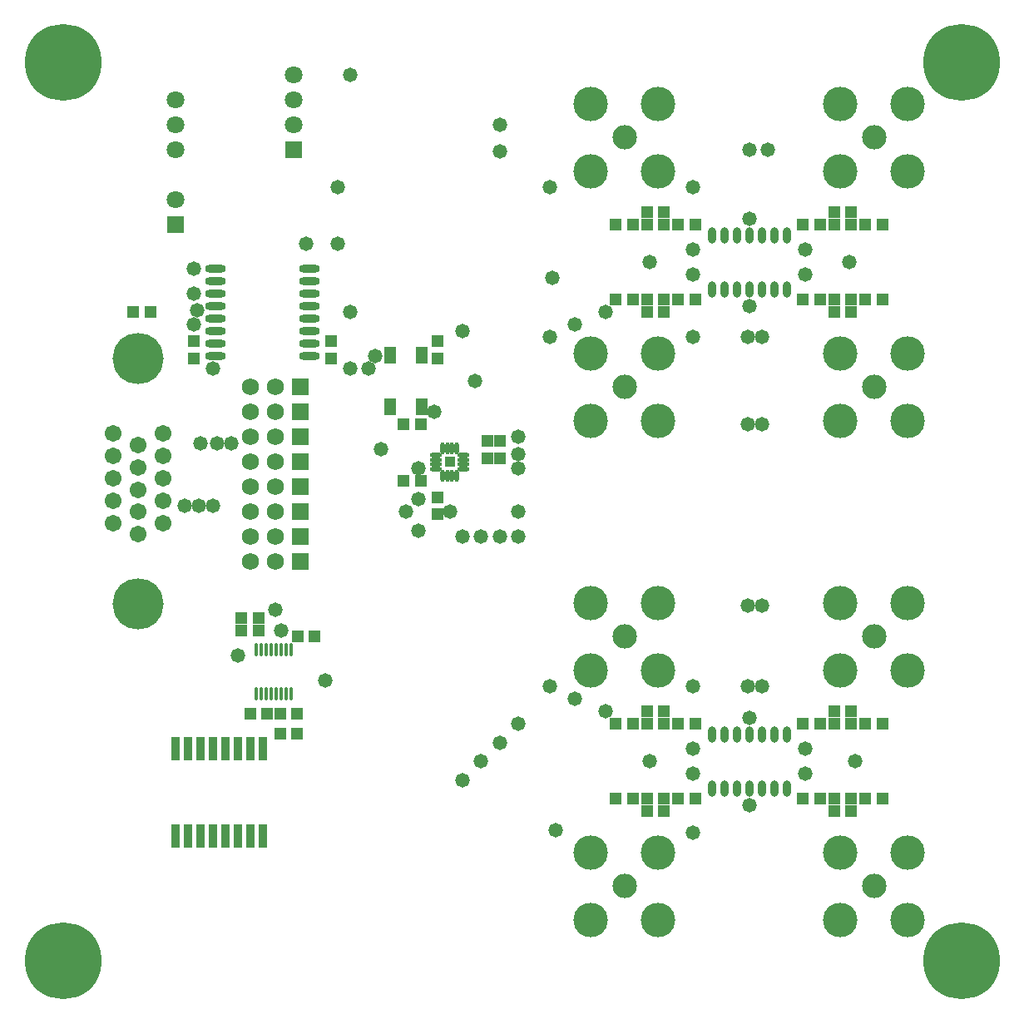
<source format=gts>
G04*
G04 #@! TF.GenerationSoftware,Altium Limited,Altium Designer,20.1.12 (249)*
G04*
G04 Layer_Color=8388736*
%FSLAX25Y25*%
%MOIN*%
G70*
G04*
G04 #@! TF.SameCoordinates,69E86C78-A60B-413B-87A9-659EDA75703A*
G04*
G04*
G04 #@! TF.FilePolarity,Negative*
G04*
G01*
G75*
%ADD17R,0.04540X0.04540*%
%ADD18R,0.03800X0.09800*%
%ADD19O,0.01400X0.05715*%
%ADD20R,0.04540X0.04540*%
%ADD21O,0.01784X0.04737*%
%ADD22O,0.04737X0.01784*%
%ADD23R,0.03950X0.03950*%
%ADD24O,0.08280X0.03162*%
%ADD25R,0.04737X0.06902*%
%ADD26O,0.03162X0.06509*%
%ADD27C,0.20485*%
%ADD28C,0.06706*%
%ADD29R,0.07099X0.07099*%
%ADD30C,0.07099*%
%ADD31C,0.03162*%
%ADD32R,0.06800X0.06800*%
%ADD33C,0.06800*%
%ADD34C,0.03800*%
%ADD35C,0.30800*%
%ADD36C,0.13800*%
%ADD37C,0.09800*%
%ADD38C,0.05800*%
D17*
X468347Y335000D02*
D03*
X461654D02*
D03*
X360000Y380000D02*
D03*
X353307D02*
D03*
X406847Y219000D02*
D03*
X400153D02*
D03*
X419153Y250000D02*
D03*
X425846D02*
D03*
X468347Y312500D02*
D03*
X461654D02*
D03*
X412153Y211000D02*
D03*
X418847D02*
D03*
Y219000D02*
D03*
X412153D02*
D03*
X396654Y252500D02*
D03*
X403346D02*
D03*
X396654Y257500D02*
D03*
X403346D02*
D03*
X571654Y215000D02*
D03*
X578346D02*
D03*
X546654D02*
D03*
X553346D02*
D03*
X559154Y220000D02*
D03*
X565846D02*
D03*
X559154Y215000D02*
D03*
X565846D02*
D03*
X571654Y185000D02*
D03*
X578346D02*
D03*
X559154D02*
D03*
X565846D02*
D03*
X559154Y180000D02*
D03*
X565846D02*
D03*
X653346Y415000D02*
D03*
X646654D02*
D03*
X628346D02*
D03*
X621654D02*
D03*
X640846Y420000D02*
D03*
X634154D02*
D03*
X640846Y415000D02*
D03*
X634154D02*
D03*
X571654D02*
D03*
X578346D02*
D03*
X559154Y420000D02*
D03*
X565846D02*
D03*
X559154Y415000D02*
D03*
X565846D02*
D03*
X653346Y215000D02*
D03*
X646654D02*
D03*
X653346Y185000D02*
D03*
X646654D02*
D03*
X546654Y415000D02*
D03*
X553346D02*
D03*
X653346Y385000D02*
D03*
X646654D02*
D03*
X628346D02*
D03*
X621654D02*
D03*
X640846Y380000D02*
D03*
X634154D02*
D03*
X640846Y385000D02*
D03*
X634154D02*
D03*
X559154D02*
D03*
X565846D02*
D03*
X628346Y215000D02*
D03*
X621654D02*
D03*
X640846Y220000D02*
D03*
X634154D02*
D03*
X640846Y215000D02*
D03*
X634154D02*
D03*
X628346Y185000D02*
D03*
X621654D02*
D03*
X640846Y180000D02*
D03*
X634154D02*
D03*
X640846Y185000D02*
D03*
X634154D02*
D03*
X546654Y385000D02*
D03*
X553346D02*
D03*
X546654Y185000D02*
D03*
X553346D02*
D03*
X571654Y385000D02*
D03*
X578346D02*
D03*
X559154Y380000D02*
D03*
X565846D02*
D03*
D18*
X390000Y170000D02*
D03*
X385000D02*
D03*
X380000D02*
D03*
X395000D02*
D03*
X400000D02*
D03*
X405000D02*
D03*
X370000D02*
D03*
X375000D02*
D03*
X405000Y205000D02*
D03*
X370000D02*
D03*
X375000D02*
D03*
X380000D02*
D03*
X385000D02*
D03*
X400000D02*
D03*
X395000D02*
D03*
X390000D02*
D03*
D19*
X402610Y227240D02*
D03*
X404579D02*
D03*
X406547D02*
D03*
X408516D02*
D03*
X410484D02*
D03*
X412453D02*
D03*
X414421D02*
D03*
X416390D02*
D03*
X402610Y244760D02*
D03*
X404579D02*
D03*
X406547D02*
D03*
X408516D02*
D03*
X410484D02*
D03*
X412453D02*
D03*
X414421D02*
D03*
X416390D02*
D03*
D20*
X475000Y305847D02*
D03*
Y299153D02*
D03*
Y368347D02*
D03*
Y361653D02*
D03*
X500000Y321654D02*
D03*
Y328346D02*
D03*
X377500Y361653D02*
D03*
Y368347D02*
D03*
X432500D02*
D03*
Y361653D02*
D03*
X495000Y321654D02*
D03*
Y328346D02*
D03*
D21*
X477047Y314587D02*
D03*
X479016D02*
D03*
X480984D02*
D03*
X482953D02*
D03*
Y325413D02*
D03*
X480984D02*
D03*
X479016D02*
D03*
X477047D02*
D03*
D22*
X485413Y317047D02*
D03*
Y319016D02*
D03*
Y320984D02*
D03*
Y322953D02*
D03*
X474587D02*
D03*
Y320984D02*
D03*
Y319016D02*
D03*
Y317047D02*
D03*
D23*
X480000Y320000D02*
D03*
D24*
X423701Y362500D02*
D03*
Y367500D02*
D03*
Y372500D02*
D03*
Y377500D02*
D03*
Y382500D02*
D03*
Y387500D02*
D03*
Y392500D02*
D03*
Y397500D02*
D03*
X386299Y362500D02*
D03*
Y367500D02*
D03*
Y372500D02*
D03*
Y377500D02*
D03*
Y382500D02*
D03*
Y387500D02*
D03*
Y392500D02*
D03*
Y397500D02*
D03*
D25*
X468799Y362835D02*
D03*
X456201D02*
D03*
X468799Y342165D02*
D03*
X456201D02*
D03*
D26*
X615000Y210728D02*
D03*
X610000D02*
D03*
X605000D02*
D03*
X600000D02*
D03*
X595000D02*
D03*
X590000D02*
D03*
X585000D02*
D03*
X615000Y189272D02*
D03*
X610000D02*
D03*
X605000D02*
D03*
X600000D02*
D03*
X595000D02*
D03*
X590000D02*
D03*
X585000D02*
D03*
X615000Y410728D02*
D03*
X610000D02*
D03*
X605000D02*
D03*
X600000D02*
D03*
X595000D02*
D03*
X590000D02*
D03*
X585000D02*
D03*
X615000Y389272D02*
D03*
X610000D02*
D03*
X605000D02*
D03*
X600000D02*
D03*
X595000D02*
D03*
X590000D02*
D03*
X585000D02*
D03*
D27*
X355000Y361653D02*
D03*
Y263268D02*
D03*
D28*
X365000Y295512D02*
D03*
X355000Y291024D02*
D03*
Y326929D02*
D03*
X365000Y304488D02*
D03*
X355000Y300000D02*
D03*
X365000Y313465D02*
D03*
X355000Y308976D02*
D03*
X365000Y322441D02*
D03*
X355000Y317953D02*
D03*
X365000Y331417D02*
D03*
X345000D02*
D03*
Y322441D02*
D03*
Y313465D02*
D03*
Y304488D02*
D03*
Y295512D02*
D03*
D29*
X370000Y415000D02*
D03*
X417500Y445000D02*
D03*
D30*
X370000D02*
D03*
Y455000D02*
D03*
Y425000D02*
D03*
X370257Y465018D02*
D03*
X417500Y455000D02*
D03*
Y465000D02*
D03*
Y475000D02*
D03*
D31*
X480000Y320000D02*
D03*
D32*
X420000Y300000D02*
D03*
Y340000D02*
D03*
Y280000D02*
D03*
Y320000D02*
D03*
Y310000D02*
D03*
Y350000D02*
D03*
Y330000D02*
D03*
Y290000D02*
D03*
D33*
X410000Y300000D02*
D03*
X400000D02*
D03*
X410000Y340000D02*
D03*
X400000D02*
D03*
X410000Y280000D02*
D03*
X400000D02*
D03*
X410000Y320000D02*
D03*
X400000D02*
D03*
X410000Y310000D02*
D03*
X400000D02*
D03*
X410000Y350000D02*
D03*
X400000D02*
D03*
X410000Y330000D02*
D03*
X400000D02*
D03*
X410000Y290000D02*
D03*
X400000D02*
D03*
D34*
X325000Y491250D02*
D03*
X336250Y480000D02*
D03*
X325000Y468750D02*
D03*
X313750Y480000D02*
D03*
X315158Y485906D02*
D03*
X319094Y489843D02*
D03*
Y470157D02*
D03*
X334842Y474094D02*
D03*
X330906Y489843D02*
D03*
X315158Y474094D02*
D03*
X330906Y470157D02*
D03*
X334842Y485906D02*
D03*
X694842D02*
D03*
X690906Y470157D02*
D03*
X675157Y474094D02*
D03*
X690906Y489843D02*
D03*
X694842Y474094D02*
D03*
X679095Y470157D02*
D03*
Y489843D02*
D03*
X675157Y485906D02*
D03*
X673750Y480000D02*
D03*
X685000Y468750D02*
D03*
X696250Y480000D02*
D03*
X685000Y491250D02*
D03*
X694842Y125906D02*
D03*
X690906Y110158D02*
D03*
X675157Y114094D02*
D03*
X690906Y129842D02*
D03*
X694842Y114094D02*
D03*
X679095Y110158D02*
D03*
Y129842D02*
D03*
X675157Y125906D02*
D03*
X673750Y120000D02*
D03*
X685000Y108750D02*
D03*
X696250Y120000D02*
D03*
X685000Y131250D02*
D03*
X334842Y125906D02*
D03*
X330906Y110158D02*
D03*
X315158Y114094D02*
D03*
X330906Y129842D02*
D03*
X334842Y114094D02*
D03*
X319094Y110158D02*
D03*
Y129842D02*
D03*
X315158Y125906D02*
D03*
X313750Y120000D02*
D03*
X325000Y108750D02*
D03*
X336250Y120000D02*
D03*
X325000Y131250D02*
D03*
D35*
Y480000D02*
D03*
X685000D02*
D03*
Y120000D02*
D03*
X325000D02*
D03*
D36*
X636500Y436500D02*
D03*
Y463500D02*
D03*
X663500D02*
D03*
Y436500D02*
D03*
X536500D02*
D03*
Y463500D02*
D03*
X563500D02*
D03*
Y436500D02*
D03*
X536500Y336500D02*
D03*
Y363500D02*
D03*
X563500D02*
D03*
Y336500D02*
D03*
X636500D02*
D03*
Y363500D02*
D03*
X663500D02*
D03*
Y336500D02*
D03*
X636500Y236500D02*
D03*
Y263500D02*
D03*
X663500D02*
D03*
Y236500D02*
D03*
X536500D02*
D03*
Y263500D02*
D03*
X563500D02*
D03*
Y236500D02*
D03*
X636500Y136500D02*
D03*
Y163500D02*
D03*
X663500D02*
D03*
Y136500D02*
D03*
X536500D02*
D03*
Y163500D02*
D03*
X563500D02*
D03*
Y136500D02*
D03*
D37*
X650000Y450000D02*
D03*
X550000D02*
D03*
Y350000D02*
D03*
X650000D02*
D03*
Y250000D02*
D03*
X550000D02*
D03*
X650000Y150000D02*
D03*
X550000D02*
D03*
D38*
X530000Y375000D02*
D03*
X520000Y370000D02*
D03*
X473900Y340000D02*
D03*
X385000Y357500D02*
D03*
X412500Y252500D02*
D03*
X452500Y325000D02*
D03*
X467500Y292500D02*
D03*
X485000Y372500D02*
D03*
X500000Y444400D02*
D03*
X379400Y302500D02*
D03*
X380158Y327342D02*
D03*
X386900Y327500D02*
D03*
X395000Y242500D02*
D03*
X435000Y407500D02*
D03*
Y430000D02*
D03*
X467500Y305000D02*
D03*
Y317500D02*
D03*
X485000Y192500D02*
D03*
X492500Y200000D02*
D03*
X500000Y207500D02*
D03*
Y455000D02*
D03*
X485000Y290000D02*
D03*
X492500D02*
D03*
X500000D02*
D03*
X378831Y380900D02*
D03*
X377504Y387509D02*
D03*
X410000Y260900D02*
D03*
X440054Y380000D02*
D03*
X440000Y475000D02*
D03*
X480000Y300000D02*
D03*
X462500D02*
D03*
X373800Y302500D02*
D03*
X385000D02*
D03*
X377500Y375000D02*
D03*
Y397500D02*
D03*
X392500Y327500D02*
D03*
X430000Y232500D02*
D03*
X490000Y352500D02*
D03*
X447500Y357500D02*
D03*
X440000D02*
D03*
X450004Y362509D02*
D03*
X422500Y407500D02*
D03*
X507500Y323100D02*
D03*
Y317500D02*
D03*
X521154Y393846D02*
D03*
X507500Y215000D02*
D03*
Y300000D02*
D03*
Y290000D02*
D03*
Y330000D02*
D03*
X542500Y380000D02*
D03*
X530000Y225000D02*
D03*
X542500Y220000D02*
D03*
X607500Y445000D02*
D03*
X600000D02*
D03*
Y417500D02*
D03*
X599400Y370000D02*
D03*
X600000Y382500D02*
D03*
X599400Y335000D02*
D03*
Y262500D02*
D03*
Y230000D02*
D03*
X605000Y370000D02*
D03*
Y335000D02*
D03*
Y262500D02*
D03*
Y230000D02*
D03*
X640000Y400000D02*
D03*
X560000D02*
D03*
X520000Y430000D02*
D03*
X577500D02*
D03*
Y405000D02*
D03*
Y395000D02*
D03*
Y370000D02*
D03*
X622500Y405000D02*
D03*
Y395000D02*
D03*
X520000Y230000D02*
D03*
X577500D02*
D03*
X622500Y205000D02*
D03*
X642500Y200000D02*
D03*
X622500Y195000D02*
D03*
X577500Y171400D02*
D03*
X522500Y172500D02*
D03*
X560000Y200000D02*
D03*
X577500Y205000D02*
D03*
Y195000D02*
D03*
X600000Y182500D02*
D03*
Y217500D02*
D03*
M02*

</source>
